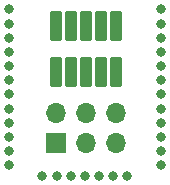
<source format=gts>
%TF.GenerationSoftware,KiCad,Pcbnew,8.0.0*%
%TF.CreationDate,2024-03-20T21:34:19+01:00*%
%TF.ProjectId,BAT_SWD-Adapterboard,4241545f-5357-4442-9d41-646170746572,rev?*%
%TF.SameCoordinates,Original*%
%TF.FileFunction,Soldermask,Top*%
%TF.FilePolarity,Negative*%
%FSLAX46Y46*%
G04 Gerber Fmt 4.6, Leading zero omitted, Abs format (unit mm)*
G04 Created by KiCad (PCBNEW 8.0.0) date 2024-03-20 21:34:19*
%MOMM*%
%LPD*%
G01*
G04 APERTURE LIST*
G04 Aperture macros list*
%AMRoundRect*
0 Rectangle with rounded corners*
0 $1 Rounding radius*
0 $2 $3 $4 $5 $6 $7 $8 $9 X,Y pos of 4 corners*
0 Add a 4 corners polygon primitive as box body*
4,1,4,$2,$3,$4,$5,$6,$7,$8,$9,$2,$3,0*
0 Add four circle primitives for the rounded corners*
1,1,$1+$1,$2,$3*
1,1,$1+$1,$4,$5*
1,1,$1+$1,$6,$7*
1,1,$1+$1,$8,$9*
0 Add four rect primitives between the rounded corners*
20,1,$1+$1,$2,$3,$4,$5,0*
20,1,$1+$1,$4,$5,$6,$7,0*
20,1,$1+$1,$6,$7,$8,$9,0*
20,1,$1+$1,$8,$9,$2,$3,0*%
G04 Aperture macros list end*
%ADD10R,1.700000X1.700000*%
%ADD11O,1.700000X1.700000*%
%ADD12C,0.800000*%
%ADD13RoundRect,0.102000X-0.380000X-1.200000X0.380000X-1.200000X0.380000X1.200000X-0.380000X1.200000X0*%
G04 APERTURE END LIST*
D10*
%TO.C,J1*%
X172275000Y-81875000D03*
D11*
X172275000Y-79335000D03*
X174815000Y-81875000D03*
X174815000Y-79335000D03*
X177355000Y-81875000D03*
X177355000Y-79335000D03*
%TD*%
D12*
%TO.C,J3*%
X181200000Y-70570200D03*
X181200000Y-71770200D03*
X181200000Y-72970200D03*
X181200000Y-74170200D03*
X181200000Y-75370200D03*
X181200000Y-76570200D03*
X181200000Y-77770200D03*
X181200000Y-78970200D03*
X181200000Y-80170200D03*
X181200000Y-81370200D03*
X181200000Y-82570200D03*
X181200000Y-83770200D03*
X178350000Y-84670200D03*
X177150000Y-84670200D03*
X175950000Y-84670200D03*
X174750000Y-84670200D03*
X173550000Y-84670200D03*
X172350000Y-84670200D03*
X171150000Y-84670200D03*
X168300000Y-83770200D03*
X168300000Y-82570200D03*
X168300000Y-81370200D03*
X168300000Y-80170200D03*
X168300000Y-78970200D03*
X168300000Y-77770200D03*
X168300000Y-76570200D03*
X168300000Y-75370200D03*
X168300000Y-74170200D03*
X168300000Y-72970200D03*
X168300000Y-71770200D03*
X168300000Y-70570200D03*
%TD*%
D13*
%TO.C,J2*%
X172260000Y-71950000D03*
X172260000Y-75850000D03*
X173530000Y-71950000D03*
X173530000Y-75850000D03*
X174800000Y-71950000D03*
X174800000Y-75850000D03*
X176070000Y-71950000D03*
X176070000Y-75850000D03*
X177340000Y-71950000D03*
X177340000Y-75850000D03*
%TD*%
M02*

</source>
